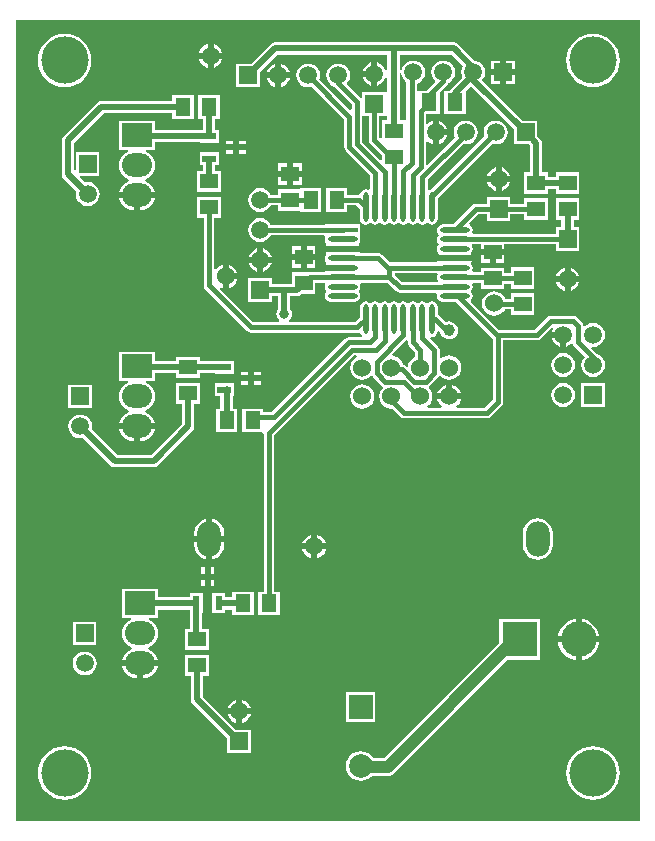
<source format=gtl>
%FSTAX24Y24*%
%MOIN*%
%SFA1B1*%

%IPPOS*%
%ADD10R,0.059055X0.051181*%
%ADD11O,0.017717X0.098425*%
%ADD12O,0.098425X0.017717*%
%ADD13R,0.098425X0.017717*%
%ADD14R,0.051181X0.059055*%
%ADD15R,0.023622X0.045275*%
%ADD16R,0.045275X0.023622*%
%ADD17C,0.015000*%
%ADD18C,0.020000*%
%ADD19C,0.040000*%
%ADD20C,0.060000*%
%ADD21R,0.059055X0.059055*%
%ADD22C,0.059055*%
%ADD23C,0.031496*%
%ADD24C,0.039370*%
%ADD25O,0.100000X0.078740*%
%ADD26R,0.100000X0.078740*%
%ADD27R,0.059055X0.059055*%
%ADD28O,0.078740X0.118110*%
%ADD29R,0.078740X0.078740*%
%ADD30C,0.078740*%
%ADD31C,0.118110*%
%ADD32R,0.118110X0.118110*%
%ADD33C,0.157480*%
%LNpcb-1*%
%LPD*%
G36*
X042Y0181D02*
X0212D01*
Y0448*
X042*
Y0181*
G37*
%LNpcb-2*%
%LPC*%
G36*
X0278Y04399D02*
Y0437D01*
X02809*
X028089Y043704*
X028049Y043801*
X027985Y043885*
X027901Y043949*
X027804Y043989*
X0278Y04399*
G37*
G36*
X0276D02*
X027595Y043989D01*
X027498Y043949*
X027414Y043885*
X02735Y043801*
X02731Y043704*
X027309Y0437*
X0276*
Y04399*
G37*
G36*
X02809Y0435D02*
X0278D01*
Y043209*
X027804Y04321*
X027901Y04325*
X027985Y043314*
X028049Y043398*
X028089Y043495*
X02809Y0435*
G37*
G36*
X0276D02*
X027309D01*
X02731Y043495*
X02735Y043398*
X027414Y043314*
X027498Y04325*
X027595Y04321*
X0276Y043209*
Y0435*
G37*
G36*
X037845Y043445D02*
X03755D01*
Y04315*
X037845*
Y043445*
G37*
G36*
X03735D02*
X037054D01*
Y04315*
X03735*
Y043445*
G37*
G36*
X03305Y043385D02*
X033046Y043385D01*
X03295Y043345*
X032868Y043281*
X032804Y043199*
X032764Y043103*
X032764Y0431*
X03305*
Y043385*
G37*
G36*
X03005Y043335D02*
Y04305D01*
X030335*
X030335Y043053*
X030295Y043149*
X030231Y043231*
X030149Y043295*
X030053Y043335*
X03005Y043335*
G37*
G36*
X02985D02*
X029846Y043335D01*
X02975Y043295*
X029668Y043231*
X029604Y043149*
X029564Y043053*
X029564Y04305*
X02985*
Y043335*
G37*
G36*
X037845Y04295D02*
X03755D01*
Y042654*
X037845*
Y04295*
G37*
G36*
X03735D02*
X037054D01*
Y042654*
X03735*
Y04295*
G37*
G36*
X03305Y0429D02*
X032764D01*
X032764Y042896*
X032804Y0428*
X032868Y042718*
X03295Y042654*
X033046Y042614*
X03305Y042614*
Y0429*
G37*
G36*
X030335Y04285D02*
X03005D01*
Y042564*
X030053Y042564*
X030149Y042604*
X030231Y042668*
X030295Y04275*
X030335Y042846*
X030335Y04285*
G37*
G36*
X02985D02*
X029564D01*
X029564Y042846*
X029604Y04275*
X029668Y042668*
X02975Y042604*
X029846Y042564*
X02985Y042564*
Y04285*
G37*
G36*
X04045Y044341D02*
X040276Y044324D01*
X040108Y044273*
X039954Y044191*
X039819Y04408*
X039708Y043945*
X039626Y043791*
X039575Y043623*
X039558Y04345*
X039575Y043276*
X039626Y043108*
X039708Y042954*
X039819Y042819*
X039954Y042708*
X040108Y042626*
X040276Y042575*
X04045Y042558*
X040623Y042575*
X040791Y042626*
X040945Y042708*
X04108Y042819*
X041191Y042954*
X041273Y043108*
X041324Y043276*
X041341Y04345*
X041324Y043623*
X041273Y043791*
X041191Y043945*
X04108Y04408*
X040945Y044191*
X040791Y044273*
X040623Y044324*
X04045Y044341*
G37*
G36*
X022834D02*
X02266Y044324D01*
X022493Y044273*
X022339Y044191*
X022204Y04408*
X022093Y043945*
X02201Y043791*
X02196Y043623*
X021942Y04345*
X02196Y043276*
X02201Y043108*
X022093Y042954*
X022204Y042819*
X022339Y042708*
X022493Y042626*
X02266Y042575*
X022834Y042558*
X023008Y042575*
X023175Y042626*
X02333Y042708*
X023465Y042819*
X023576Y042954*
X023658Y043108*
X023709Y043276*
X023726Y04345*
X023709Y043623*
X023658Y043791*
X023576Y043945*
X023465Y04408*
X02333Y044191*
X023175Y044273*
X023008Y044324*
X022834Y044341*
G37*
G36*
X027139Y042295D02*
X026427D01*
Y042103*
X02405*
X023971Y042088*
X023905Y042044*
X022805Y040944*
X022761Y040878*
X022746Y0408*
Y03965*
X022761Y039571*
X022805Y039505*
X023214Y039097*
X023201Y039*
X023214Y038896*
X023254Y0388*
X023318Y038718*
X0234Y038654*
X023496Y038614*
X0236Y038601*
X023703Y038614*
X023799Y038654*
X023881Y038718*
X023945Y0388*
X023985Y038896*
X023998Y039*
X023985Y039103*
X023945Y039199*
X023881Y039281*
X023799Y039345*
X023703Y039385*
X0236Y039398*
X023502Y039385*
X023329Y039558*
X023348Y039604*
X023995*
Y040395*
X023204*
Y039808*
X023154Y039781*
X023153Y039782*
Y040715*
X024134Y041696*
X026427*
Y041504*
X027139*
Y042295*
G37*
G36*
X0353Y041435D02*
Y04115D01*
X035585*
X035585Y041153*
X035545Y041249*
X035481Y041331*
X035399Y041395*
X035303Y041435*
X0353Y041435*
G37*
G36*
X028005Y042295D02*
X027294D01*
Y041504*
X027453*
Y041142*
X02733*
Y041127*
X02585*
Y041443*
X02465*
Y040456*
X024945*
X024955Y040406*
X024894Y040381*
X024791Y040302*
X024712Y040198*
X024662Y040078*
X024645Y03995*
X024662Y039821*
X024712Y039701*
X024791Y039597*
X024894Y039518*
X024995Y039477*
Y039422*
X024894Y039381*
X024791Y039302*
X024712Y039198*
X024662Y039078*
X024658Y03905*
X02525*
X025841*
X025837Y039078*
X025787Y039198*
X025708Y039302*
X025605Y039381*
X025504Y039422*
Y039477*
X025605Y039518*
X025708Y039597*
X025787Y039701*
X025837Y039821*
X025854Y03995*
X025837Y040078*
X025787Y040198*
X025708Y040302*
X025605Y040381*
X025544Y040406*
X025554Y040456*
X02585*
Y04072*
X02733*
Y040705*
X027983*
Y041142*
X027861*
Y041504*
X028005*
Y042295*
G37*
G36*
X035585Y04095D02*
X0353D01*
Y040664*
X035303Y040664*
X035399Y040704*
X035481Y040768*
X035545Y04085*
X035585Y040946*
X035585Y04095*
G37*
G36*
X028869Y040768D02*
X028642D01*
Y04065*
X028869*
Y040768*
G37*
G36*
X028442D02*
X028216D01*
Y04065*
X028442*
Y040768*
G37*
G36*
X028869Y04045D02*
X028642D01*
Y040331*
X028869*
Y04045*
G37*
G36*
X028442D02*
X028216D01*
Y040331*
X028442*
Y04045*
G37*
G36*
X030745Y040022D02*
X03045D01*
Y039766*
X030745*
Y040022*
G37*
G36*
X03025D02*
X029954D01*
Y039766*
X03025*
Y040022*
G37*
G36*
X0374Y039885D02*
Y0396D01*
X037685*
X037685Y039603*
X037645Y039699*
X037581Y039781*
X037499Y039845*
X037403Y039885*
X0374Y039885*
G37*
G36*
X0372D02*
X037196Y039885D01*
X0371Y039845*
X037018Y039781*
X036954Y039699*
X036914Y039603*
X036914Y0396*
X0372*
Y039885*
G37*
G36*
X030745Y039566D02*
X03045D01*
Y03931*
X030745*
Y039566*
G37*
G36*
X03025D02*
X029954D01*
Y03931*
X03025*
Y039566*
G37*
G36*
X037685Y0394D02*
X0374D01*
Y039114*
X037403Y039114*
X037499Y039154*
X037581Y039218*
X037645Y0393*
X037685Y039396*
X037685Y0394*
G37*
G36*
X0372D02*
X036914D01*
X036914Y039396*
X036954Y0393*
X037018Y039218*
X0371Y039154*
X037196Y039114*
X0372Y039114*
Y0394*
G37*
G36*
X027983Y040394D02*
X02733D01*
Y039957*
X027446*
Y039772*
X027254*
Y03906*
X028045*
Y039772*
X027853*
Y039957*
X027983*
Y040394*
G37*
G36*
X0358Y044053D02*
X02985D01*
X029771Y044038*
X029705Y043994*
X029056Y043345*
X028554*
Y042554*
X029345*
Y043056*
X029934Y043646*
X033596*
Y043023*
X033546Y043019*
X033544Y043028*
X033535Y043103*
X033495Y043199*
X033431Y043281*
X033349Y043345*
X033253Y043385*
X03325Y043385*
Y043*
Y042614*
X033253Y042614*
X033349Y042654*
X033431Y042718*
X033495Y0428*
X033535Y042896*
X033544Y042971*
X033546Y04298*
X033596Y042976*
Y041455*
X033404*
Y040875*
X033357Y040855*
X033328Y040879*
Y041604*
X033545*
Y042395*
X032754*
Y042213*
X032709Y042197*
X032704Y042197*
X032232Y042669*
X032295Y04275*
X032335Y042846*
X032348Y04295*
X032335Y043053*
X032295Y043149*
X032231Y043231*
X032149Y043295*
X032053Y043335*
X03195Y043348*
X031846Y043335*
X03175Y043295*
X031668Y043231*
X031604Y043149*
X031564Y043053*
X031551Y04295*
X031564Y042846*
X031604Y04275*
X031668Y042668*
X03175Y042604*
X031823Y042574*
X031823Y042573*
X032401Y041996*
Y041816*
X032355Y041797*
X031326Y042825*
X031335Y042846*
X031348Y04295*
X031335Y043053*
X031295Y043149*
X031231Y043231*
X031149Y043295*
X031053Y043335*
X03095Y043348*
X030846Y043335*
X03075Y043295*
X030668Y043231*
X030604Y043149*
X030564Y043053*
X030551Y04295*
X030564Y042846*
X030604Y04275*
X030668Y042668*
X03075Y042604*
X030846Y042564*
X03095Y042551*
X031053Y042564*
X031074Y042573*
X032151Y041496*
Y040551*
X032164Y040483*
X032203Y040425*
X033004Y039625*
Y039166*
X032954Y03914*
X032941Y039148*
X032867Y039163*
X032794Y039148*
X032731Y039107*
X03269Y039044*
X032685Y039019*
X032635Y038978*
X032255*
Y039195*
X031544*
Y038404*
X032255*
Y038621*
X032561*
X032675Y038507*
Y038164*
X03269Y03809*
X032731Y038028*
X032794Y037986*
X032867Y037971*
X032941Y037986*
X032991Y03802*
X033025Y038025*
X033058Y03802*
X033109Y037986*
X033182Y037971*
X033256Y037986*
X033306Y03802*
X03334Y038025*
X033373Y03802*
X033424Y037986*
X033497Y037971*
X033571Y037986*
X033621Y03802*
X033655Y038025*
X033688Y03802*
X033739Y037986*
X033812Y037971*
X033886Y037986*
X033936Y03802*
X03397Y038025*
X034003Y03802*
X034053Y037986*
X034127Y037971*
X034201Y037986*
X034251Y03802*
X034285Y038025*
X034318Y03802*
X034368Y037986*
X034442Y037971*
X034516Y037986*
X034566Y03802*
X0346Y038025*
X034633Y03802*
X034683Y037986*
X034757Y037971*
X034831Y037986*
X034881Y03802*
X034914Y038025*
X034948Y03802*
X034998Y037986*
X035072Y037971*
X035146Y037986*
X035208Y038028*
X03525Y03809*
X035264Y038164*
Y038862*
X037075Y040673*
X037096Y040664*
X0372Y040651*
X037303Y040664*
X037399Y040704*
X037481Y040768*
X037545Y04085*
X037585Y040946*
X037598Y04105*
X037585Y041153*
X037545Y041249*
X037481Y041331*
X037399Y041395*
X037303Y041435*
X0372Y041448*
X037096Y041435*
X037Y041395*
X036918Y041331*
X036854Y041249*
X036814Y041153*
X036801Y04105*
X036814Y040946*
X036823Y040925*
X035058Y03916*
X034998Y039148*
X034985Y03914*
X034935Y039166*
Y039483*
X036114Y040662*
X0362Y040651*
X036303Y040664*
X036399Y040704*
X036481Y040768*
X036545Y04085*
X036585Y040946*
X036598Y04105*
X036585Y041153*
X036545Y041249*
X036481Y041331*
X036399Y041395*
X036303Y041435*
X0362Y041448*
X036096Y041435*
X036Y041395*
X035918Y041331*
X035854Y041249*
X035814Y041153*
X035801Y04105*
X035814Y040946*
X035838Y04089*
X034924Y039976*
X034878Y039996*
Y040744*
X034928Y04076*
X035Y040704*
X035096Y040664*
X0351Y040664*
Y04105*
Y041435*
X035096Y041435*
X035Y041395*
X034928Y041339*
X034878Y041355*
Y041654*
X035339*
Y042387*
X035576Y042623*
X035614Y042681*
X035616Y042691*
X035649Y042704*
X035731Y042768*
X035795Y04285*
X035835Y042946*
X035848Y04305*
X035835Y043153*
X035795Y043249*
X035731Y043331*
X035649Y043395*
X035553Y043435*
X03545Y043448*
X035346Y043435*
X03525Y043395*
X035168Y043331*
X035104Y043249*
X035064Y043153*
X035051Y04305*
X035064Y042946*
X035104Y04285*
X035168Y042768*
X035171Y042723*
X034892Y042445*
X034627*
X034578Y042446*
Y042675*
X034649Y042704*
X034731Y042768*
X034795Y04285*
X034835Y042946*
X034848Y04305*
X034835Y043153*
X034795Y043249*
X034731Y043331*
X034649Y043395*
X034553Y043435*
X03445Y043448*
X034346Y043435*
X03425Y043395*
X034168Y043331*
X034104Y043249*
X034064Y043153*
X034055Y043078*
X034053Y043069*
X034004Y043072*
X034003Y043077*
Y043646*
X035715*
X036107Y043253*
X036104Y043249*
X036064Y043153*
X036051Y04305*
X036064Y042946*
X036092Y04288*
X035705Y042494*
X035673Y042445*
X035494*
Y041654*
X036205*
Y042417*
X036375Y042586*
X037804Y041156*
Y040654*
X038306*
X038346Y040615*
Y039722*
X038154*
Y03901*
X038945*
Y039162*
X039204*
Y03901*
X039995*
Y039722*
X039204*
Y03957*
X038945*
Y039722*
X038753*
Y0407*
X038738Y040778*
X038694Y040844*
X038595Y040943*
Y041445*
X038093*
X036748Y042789*
X036795Y04285*
X036835Y042946*
X036848Y04305*
X036835Y043153*
X036795Y043249*
X036731Y043331*
X036649Y043395*
X036553Y043435*
X036495Y043442*
X035944Y043994*
X035878Y044038*
X0358Y044053*
G37*
G36*
X025841Y03885D02*
X02535D01*
Y038452*
X025356*
X025485Y038469*
X025605Y038518*
X025708Y038597*
X025787Y038701*
X025837Y038821*
X025841Y03885*
G37*
G36*
X02515D02*
X024658D01*
X024662Y038821*
X024712Y038701*
X024791Y038597*
X024894Y038518*
X025014Y038469*
X025143Y038452*
X02515*
Y03885*
G37*
G36*
X02935Y039198D02*
X029246Y039185D01*
X02915Y039145*
X029068Y039081*
X029004Y038999*
X028964Y038903*
X028951Y0388*
X028964Y038696*
X029004Y0386*
X029068Y038518*
X02915Y038454*
X029246Y038414*
X02935Y038401*
X029453Y038414*
X029549Y038454*
X029631Y038518*
X029695Y0386*
X029703Y038621*
X029954*
Y038444*
X030677*
Y038404*
X031389*
Y039195*
X030677*
Y039155*
X029954*
Y038978*
X029703*
X029695Y038999*
X029631Y039081*
X029549Y039145*
X029453Y039185*
X02935Y039198*
G37*
G36*
Y038198D02*
X029246Y038185D01*
X02915Y038145*
X029068Y038081*
X029004Y037999*
X028964Y037903*
X028951Y0378*
X028964Y037696*
X029004Y0376*
X029068Y037518*
X02915Y037454*
X029246Y037414*
X02935Y037401*
X029453Y037414*
X029549Y037454*
X029631Y037518*
X029695Y0376*
X029703Y037621*
X031462*
X031504Y037612*
X031524Y037567*
X031518Y037558*
X031504Y037485*
X031518Y037411*
X031552Y03736*
X031557Y037327*
X031552Y037294*
X031536Y03727*
X0321*
X032663*
X032647Y037294*
X032642Y037327*
X032647Y03736*
X032681Y037411*
X032695Y037485*
X032681Y037558*
X032671Y037572*
X032692Y037611*
Y037988*
X031507*
Y037978*
X029703*
X029695Y037999*
X029631Y038081*
X029549Y038145*
X029453Y038185*
X02935Y038198*
G37*
G36*
X037695Y038895D02*
X036904D01*
Y038678*
X03654*
X036471Y038664*
X036413Y038626*
X03578Y037992*
X035436*
X035363Y037977*
X0353Y037935*
X035258Y037873*
X035244Y0378*
X035258Y037726*
X035292Y037675*
X035297Y037642*
X035292Y037609*
X035258Y037558*
X035244Y037485*
X035258Y037411*
X035292Y03736*
X035297Y037327*
X035292Y037294*
X035258Y037243*
X035244Y03717*
X035258Y037096*
X035292Y037045*
X035297Y037012*
X035292Y036979*
X035276Y036955*
X03584*
X036403*
X036387Y036979*
X036382Y037012*
X036387Y037045*
X036421Y037096*
X036435Y03717*
X036421Y037243*
X036402Y037271*
X036429Y037321*
X036704*
Y03715*
X037495*
Y037321*
X039204*
Y037104*
X039995*
Y037895*
X039803*
Y038144*
X039995*
Y038855*
X039204*
Y038144*
X039396*
Y037895*
X039204*
Y037678*
X036447*
X03642Y037719*
X036421Y037728*
X036435Y0378*
X036421Y037873*
X036379Y037935*
X036331Y037968*
X036317Y038024*
X036614Y038321*
X036904*
Y038104*
X037695*
Y038321*
X038154*
Y038144*
X038945*
Y038855*
X038154*
Y038678*
X037695*
Y038895*
G37*
G36*
X031195Y037255D02*
X0309D01*
Y037*
X031195*
Y037255*
G37*
G36*
X0307D02*
X030404D01*
Y037*
X0307*
Y037255*
G37*
G36*
X02945Y037185D02*
Y0369D01*
X029735*
X029735Y036903*
X029695Y036999*
X029631Y037081*
X029549Y037145*
X029453Y037185*
X02945Y037185*
G37*
G36*
X02925D02*
X029246Y037185D01*
X02915Y037145*
X029068Y037081*
X029004Y036999*
X028964Y036903*
X028964Y0369*
X02925*
Y037185*
G37*
G36*
X037495Y03695D02*
X0372D01*
Y036694*
X037495*
Y03695*
G37*
G36*
X037D02*
X036704D01*
Y036694*
X037*
Y03695*
G37*
G36*
X031195Y0368D02*
X0309D01*
Y036544*
X031195*
Y0368*
G37*
G36*
X0307D02*
X030404D01*
Y036544*
X0307*
Y0368*
G37*
G36*
X029735Y0367D02*
X02945D01*
Y036414*
X029453Y036414*
X029549Y036454*
X029631Y036518*
X029695Y0366*
X029735Y036696*
X029735Y0367*
G37*
G36*
X02925D02*
X028964D01*
X028964Y036696*
X029004Y0366*
X029068Y036518*
X02915Y036454*
X029246Y036414*
X02925Y036414*
Y0367*
G37*
G36*
X0283Y03664D02*
Y03635D01*
X02859*
X028589Y036354*
X028549Y036451*
X028485Y036535*
X028401Y036599*
X028304Y036639*
X0283Y03664*
G37*
G36*
X0397Y036546D02*
Y036261D01*
X039985*
X039985Y036264*
X039945Y03636*
X039881Y036443*
X039799Y036506*
X039703Y036546*
X0397Y036546*
G37*
G36*
X0395D02*
X039496Y036546D01*
X0394Y036506*
X039318Y036443*
X039254Y03636*
X039214Y036264*
X039214Y036261*
X0395*
Y036546*
G37*
G36*
X02859Y03615D02*
X0283D01*
Y035859*
X028304Y03586*
X028401Y0359*
X028485Y035964*
X028549Y036048*
X028589Y036145*
X02859Y03615*
G37*
G36*
X028045Y038905D02*
X027254D01*
Y038194*
X027471*
Y03595*
X027485Y035881*
X027523Y035823*
X028923Y034423*
X028981Y034385*
X02905Y034371*
X03259*
X032633Y03438*
X03269Y03435*
X03269Y03435*
X032731Y034288*
X032746Y034278*
X03273Y034228*
X0323*
X032231Y034214*
X032173Y034176*
X029726Y031728*
X029455*
Y031845*
X028744*
Y031054*
X029422*
X029458Y031048*
X029471Y031011*
Y025745*
X029294*
Y024954*
X030005*
Y025745*
X029828*
Y030972*
X032477Y033621*
X032562*
X032572Y033571*
X032554Y033563*
X032471Y033499*
X032406Y033416*
X032366Y033318*
X032352Y033214*
X032366Y03311*
X032406Y033012*
X032471Y032929*
X032554Y032865*
X032651Y032824*
X032756Y032811*
X03286Y032824*
X032958Y032865*
X033038Y032926*
X033044Y032928*
X033099Y032922*
X033119Y032891*
X033397Y032613*
X033428Y032592*
X033435Y032538*
X033433Y032532*
X033371Y032451*
X033331Y032354*
X033317Y03225*
X033331Y032145*
X033371Y032048*
X033435Y031964*
X033519Y0319*
X033616Y03186*
X03372Y031846*
X033747Y03185*
X034023Y031573*
X034081Y031535*
X03415Y031521*
X0369*
X036968Y031535*
X037026Y031573*
X037408Y031956*
X037447Y032014*
X03746Y032082*
Y034121*
X038564*
X038633Y034135*
X03869Y034173*
X039074Y034556*
X039084Y034555*
X039106Y034501*
X039104Y034499*
X039064Y034403*
X039064Y0344*
X03945*
Y0343*
X03955*
Y033914*
X039553Y033914*
X039649Y033954*
X039727Y034014*
X039747Y034012*
X039781Y034*
X039785Y033981*
X039823Y033923*
X040167Y03358*
X040104Y033499*
X040064Y033403*
X040051Y0333*
X040064Y033196*
X040104Y0331*
X040168Y033018*
X04025Y032954*
X040346Y032914*
X04045Y032901*
X040553Y032914*
X040649Y032954*
X040731Y033018*
X040795Y0331*
X040835Y033196*
X040848Y0333*
X040835Y033403*
X040795Y033499*
X040731Y033581*
X040649Y033645*
X040576Y033675*
X040576Y033676*
X040394Y033858*
X040417Y033905*
X04045Y033901*
X040553Y033914*
X040649Y033954*
X040731Y034018*
X040795Y0341*
X040835Y034196*
X040848Y0343*
X040835Y034403*
X040795Y034499*
X040731Y034581*
X040649Y034645*
X040553Y034685*
X04045Y034698*
X040346Y034685*
X04025Y034645*
X040178Y034589*
X040146Y034596*
X040126Y034609*
X040114Y034668*
X040076Y034726*
X039905Y034896*
X039847Y034935*
X039779Y034948*
X039035*
X038966Y034935*
X038908Y034896*
X03849Y034478*
X037309*
X036375Y035412*
X036379Y035459*
X036421Y035521*
X036435Y035595*
X036421Y035668*
X036387Y035719*
X036382Y035752*
X036387Y035786*
X036421Y035836*
X036435Y03591*
X036421Y035983*
X036412Y035996*
X036439Y036046*
X036704*
Y035827*
X037495*
Y036005*
X037704*
Y035844*
X038495*
Y036555*
X037704*
Y036362*
X037495*
Y036539*
X036704*
Y036403*
X036439*
X036412Y036453*
X036421Y036466*
X036435Y03654*
X036421Y036613*
X036387Y036664*
X036382Y036697*
X036387Y03673*
X036403Y036755*
X03584*
X03526*
X03524Y036718*
X033683*
X033421Y036981*
X033363Y037019*
X033294Y037033*
X032699*
X032679Y03707*
X0321*
X031536*
X031552Y037045*
X031557Y037012*
X031552Y036979*
X031518Y036928*
X031504Y036855*
X031518Y036781*
X031552Y03673*
X031557Y036697*
X031552Y036664*
X031536Y03664*
X0321*
Y03644*
X03152*
X0315Y036403*
X031009*
X03094Y03639*
X03094Y036389*
X030404*
Y036003*
X029745*
Y036195*
X028954*
Y035404*
X029745*
Y035596*
X029946*
Y035157*
X029925Y035129*
X029899Y035067*
X02989Y035*
X029899Y034932*
X029925Y03487*
X029966Y034816*
X02998Y034805*
X029988Y034737*
X02998Y034728*
X029123*
X028011Y035841*
X028039Y035883*
X028095Y03586*
X0281Y035859*
Y03625*
Y03664*
X028095Y036639*
X027998Y036599*
X027914Y036535*
X027878Y036487*
X027828Y036504*
Y038194*
X028045*
Y038905*
G37*
G36*
X039985Y036061D02*
X0397D01*
Y035775*
X039703Y035776*
X039799Y035816*
X039881Y035879*
X039945Y035962*
X039985Y036058*
X039985Y036061*
G37*
G36*
X0395D02*
X039214D01*
X039214Y036058*
X039254Y035962*
X039318Y035879*
X0394Y035816*
X039496Y035776*
X0395Y035775*
Y036061*
G37*
G36*
X03715Y035753D02*
X037045Y035739D01*
X036948Y035699*
X036864Y035635*
X0368Y035551*
X03676Y035454*
X036746Y03535*
X03676Y035245*
X0368Y035148*
X036864Y035064*
X036948Y035*
X037045Y03496*
X03715Y034946*
X037254Y03496*
X037351Y035*
X037435Y035064*
X037499Y035148*
X037502Y035155*
X037704*
Y034977*
X038495*
Y035689*
X037704*
Y035512*
X037515*
X037499Y035551*
X037435Y035635*
X037351Y035699*
X037254Y035739*
X03715Y035753*
G37*
G36*
X03935Y0342D02*
X039064D01*
X039064Y034196*
X039104Y0341*
X039168Y034018*
X03925Y033954*
X039346Y033914*
X03935Y033914*
Y0342*
G37*
G36*
X02585Y033743D02*
X02465D01*
Y032756*
X024945*
X024955Y032706*
X024894Y032681*
X024791Y032602*
X024712Y032498*
X024662Y032378*
X024645Y03225*
X024662Y032121*
X024712Y032001*
X024791Y031897*
X024894Y031818*
X024995Y031777*
Y031722*
X024894Y031681*
X024791Y031602*
X024712Y031498*
X024662Y031378*
X024658Y03135*
X02525*
X025841*
X025837Y031378*
X025787Y031498*
X025708Y031602*
X025605Y031681*
X025504Y031722*
Y031777*
X025605Y031818*
X025708Y031897*
X025787Y032001*
X025837Y032121*
X025854Y03225*
X025837Y032378*
X025787Y032498*
X025708Y032602*
X025605Y032681*
X025544Y032706*
X025554Y032756*
X02585*
Y03302*
X026554*
Y032868*
X027345*
Y03302*
X02783*
Y033005*
X028483*
Y033442*
X02783*
Y033427*
X027345*
Y033579*
X026554*
Y033427*
X02585*
Y033743*
G37*
G36*
X029369Y033068D02*
X029142D01*
Y03295*
X029369*
Y033068*
G37*
G36*
X028942D02*
X028716D01*
Y03295*
X028942*
Y033068*
G37*
G36*
X03945Y033698D02*
X039346Y033685D01*
X03925Y033645*
X039168Y033581*
X039104Y033499*
X039064Y033403*
X039051Y0333*
X039064Y033196*
X039104Y0331*
X039168Y033018*
X03925Y032954*
X039346Y032914*
X03945Y032901*
X039553Y032914*
X039649Y032954*
X039731Y033018*
X039795Y0331*
X039835Y033196*
X039848Y0333*
X039835Y033403*
X039795Y033499*
X039731Y033581*
X039649Y033645*
X039553Y033685*
X03945Y033698*
G37*
G36*
X029369Y03275D02*
X029142D01*
Y032631*
X029369*
Y03275*
G37*
G36*
X028942D02*
X028716D01*
Y032631*
X028942*
Y03275*
G37*
G36*
X040845Y032695D02*
X040054D01*
Y031904*
X040845*
Y032695*
G37*
G36*
X03945Y032698D02*
X039346Y032685D01*
X03925Y032645*
X039168Y032581*
X039104Y032499*
X039064Y032403*
X039051Y0323*
X039064Y032196*
X039104Y0321*
X039168Y032018*
X03925Y031954*
X039346Y031914*
X03945Y031901*
X039553Y031914*
X039649Y031954*
X039731Y032018*
X039795Y0321*
X039835Y032196*
X039848Y0323*
X039835Y032403*
X039795Y032499*
X039731Y032581*
X039649Y032645*
X039553Y032685*
X03945Y032698*
G37*
G36*
X023745Y032645D02*
X022954D01*
Y031854*
X023745*
Y032645*
G37*
G36*
X032756Y032653D02*
X032651Y032639D01*
X032554Y032599*
X032471Y032535*
X032406Y032451*
X032366Y032354*
X032352Y03225*
X032366Y032145*
X032406Y032048*
X032471Y031964*
X032554Y0319*
X032651Y03186*
X032756Y031846*
X03286Y03186*
X032958Y0319*
X033041Y031964*
X033105Y032048*
X033145Y032145*
X033159Y03225*
X033145Y032354*
X033105Y032451*
X033041Y032535*
X032958Y032599*
X03286Y032639*
X032756Y032653*
G37*
G36*
X028233Y032706D02*
X02817Y032694D01*
X02783*
Y032257*
X028029*
Y031845*
X027877*
Y031054*
X028589*
Y031845*
X028437*
Y032257*
X028483*
Y032694*
X028297*
X028233Y032706*
G37*
G36*
X025841Y03115D02*
X02535D01*
Y030752*
X025356*
X025485Y030769*
X025605Y030818*
X025708Y030897*
X025787Y031001*
X025837Y031121*
X025841Y03115*
G37*
G36*
X02515D02*
X024658D01*
X024662Y031121*
X024712Y031001*
X024791Y030897*
X024894Y030818*
X025014Y030769*
X025143Y030752*
X02515*
Y03115*
G37*
G36*
X027345Y032713D02*
X026554D01*
Y032001*
X026746*
Y031334*
X025715Y030303*
X024584*
X023735Y031152*
X023748Y03125*
X023735Y031353*
X023695Y031449*
X023631Y031531*
X023549Y031595*
X023453Y031635*
X02335Y031648*
X023246Y031635*
X02315Y031595*
X023068Y031531*
X023004Y031449*
X022964Y031353*
X022951Y03125*
X022964Y031146*
X023004Y03105*
X023068Y030968*
X02315Y030904*
X023246Y030864*
X02335Y030851*
X023447Y030864*
X024355Y029955*
X024421Y029911*
X0245Y029896*
X0258*
X025878Y029911*
X025944Y029955*
X027094Y031105*
X027138Y031171*
X027153Y03125*
Y032001*
X027345*
Y032713*
G37*
G36*
X02775Y028181D02*
Y0276D01*
X028147*
Y027696*
X02813Y027825*
X028081Y027945*
X028002Y028048*
X027898Y028128*
X027778Y028177*
X02775Y028181*
G37*
G36*
X02755D02*
X027521Y028177D01*
X027401Y028128*
X027297Y028048*
X027218Y027945*
X027169Y027825*
X027152Y027696*
Y0276*
X02755*
Y028181*
G37*
G36*
X03125Y02764D02*
Y02735D01*
X03154*
X031539Y027354*
X031499Y027451*
X031435Y027535*
X031351Y027599*
X031254Y027639*
X03125Y02764*
G37*
G36*
X03105D02*
X031045Y027639D01*
X030948Y027599*
X030864Y027535*
X0308Y027451*
X03076Y027354*
X030759Y02735*
X03105*
Y02764*
G37*
G36*
X03154Y02715D02*
X03125D01*
Y026859*
X031254Y02686*
X031351Y0269*
X031435Y026964*
X031499Y027048*
X031539Y027145*
X03154Y02715*
G37*
G36*
X03105D02*
X030759D01*
X03076Y027145*
X0308Y027048*
X030864Y026964*
X030948Y0269*
X031045Y02686*
X03105Y026859*
Y02715*
G37*
G36*
X028147Y0274D02*
X02775D01*
Y026818*
X027778Y026822*
X027898Y026871*
X028002Y026951*
X028081Y027054*
X02813Y027174*
X028147Y027303*
Y0274*
G37*
G36*
X02755D02*
X027152D01*
Y027303*
X027169Y027174*
X027218Y027054*
X027297Y026951*
X027401Y026871*
X027521Y026822*
X02755Y026818*
Y0274*
G37*
G36*
X0386Y028194D02*
X038471Y028177D01*
X038351Y028128*
X038247Y028048*
X038168Y027945*
X038119Y027825*
X038102Y027696*
Y027303*
X038119Y027174*
X038168Y027054*
X038247Y026951*
X038351Y026871*
X038471Y026822*
X0386Y026805*
X038728Y026822*
X038848Y026871*
X038952Y026951*
X039031Y027054*
X03908Y027174*
X039097Y027303*
Y027696*
X03908Y027825*
X039031Y027945*
X038952Y028048*
X038848Y028128*
X038728Y028177*
X0386Y028194*
G37*
G36*
X027818Y026569D02*
X0277D01*
Y026342*
X027818*
Y026569*
G37*
G36*
X0275D02*
X027381D01*
Y026342*
X0275*
Y026569*
G37*
G36*
X027818Y026142D02*
X0277D01*
Y025916*
X027818*
Y026142*
G37*
G36*
X0275D02*
X027381D01*
Y025916*
X0275*
Y026142*
G37*
G36*
X029139Y025745D02*
X028427D01*
Y025553*
X028192*
Y025683*
X027755*
Y02503*
X028192*
Y025146*
X028427*
Y024954*
X029139*
Y025745*
G37*
G36*
X040068Y024834D02*
Y02425D01*
X040652*
X040649Y024285*
X040609Y024415*
X040545Y024535*
X040459Y02464*
X040354Y024726*
X040234Y024791*
X040103Y02483*
X040068Y024834*
G37*
G36*
X039868D02*
X039833Y02483D01*
X039702Y024791*
X039582Y024726*
X039477Y02464*
X039391Y024535*
X039327Y024415*
X039287Y024285*
X039284Y02425*
X039868*
Y024834*
G37*
G36*
X023895Y024745D02*
X023104D01*
Y023954*
X023895*
Y024745*
G37*
G36*
X02595Y025843D02*
X02475D01*
Y024856*
X025045*
X025055Y024806*
X024994Y024781*
X024891Y024702*
X024812Y024598*
X024762Y024478*
X024745Y02435*
X024762Y024221*
X024812Y024101*
X024891Y023997*
X024994Y023918*
X025095Y023877*
Y023822*
X024994Y023781*
X024891Y023702*
X024812Y023598*
X024762Y023478*
X024758Y02345*
X02535*
Y02335*
Y02345*
X025941*
X025937Y023478*
X025887Y023598*
X025808Y023702*
X025705Y023781*
X025604Y023822*
Y023877*
X025705Y023918*
X025808Y023997*
X025887Y024101*
X025937Y024221*
X025954Y02435*
X025937Y024478*
X025887Y024598*
X025808Y024702*
X025705Y024781*
X025644Y024806*
X025654Y024856*
X02595*
Y025146*
X027007*
Y02503*
X027014*
Y024505*
X026854*
Y023794*
X027645*
Y024505*
X027422*
Y02503*
X027444*
Y025683*
X027007*
Y025553*
X02595*
Y025843*
G37*
G36*
X040652Y02405D02*
X040068D01*
Y023465*
X040103Y023469*
X040234Y023508*
X040354Y023573*
X040459Y023659*
X040545Y023764*
X040609Y023884*
X040649Y024014*
X040652Y02405*
G37*
G36*
X039868D02*
X039284D01*
X039287Y024014*
X039327Y023884*
X039391Y023764*
X039477Y023659*
X039582Y023573*
X039702Y023508*
X039833Y023469*
X039868Y023465*
Y02405*
G37*
G36*
X0235Y023748D02*
X023396Y023735D01*
X0233Y023695*
X023218Y023631*
X023154Y023549*
X023114Y023453*
X023101Y02335*
X023114Y023246*
X023154Y02315*
X023218Y023068*
X0233Y023004*
X023396Y022964*
X0235Y022951*
X023603Y022964*
X023699Y023004*
X023781Y023068*
X023845Y02315*
X023885Y023246*
X023898Y02335*
X023885Y023453*
X023845Y023549*
X023781Y023631*
X023699Y023695*
X023603Y023735*
X0235Y023748*
G37*
G36*
X025941Y02325D02*
X02545D01*
Y022852*
X025456*
X025585Y022869*
X025705Y022918*
X025808Y022997*
X025887Y023101*
X025937Y023221*
X025941Y02325*
G37*
G36*
X02525D02*
X024758D01*
X024762Y023221*
X024812Y023101*
X024891Y022997*
X024994Y022918*
X025114Y022869*
X025243Y022852*
X02525*
Y02325*
G37*
G36*
X02875Y022135D02*
Y02185D01*
X029035*
X029035Y021853*
X028995Y021949*
X028931Y022031*
X028849Y022095*
X028753Y022135*
X02875Y022135*
G37*
G36*
X02855D02*
X028546Y022135D01*
X02845Y022095*
X028368Y022031*
X028304Y021949*
X028264Y021853*
X028264Y02185*
X02855*
Y022135*
G37*
G36*
X033193Y022393D02*
X032206D01*
Y021406*
X033193*
Y022393*
G37*
G36*
X029035Y02165D02*
X02875D01*
Y021364*
X028753Y021364*
X028849Y021404*
X028931Y021468*
X028995Y02155*
X029035Y021646*
X029035Y02165*
G37*
G36*
X02855D02*
X028264D01*
X028264Y021646*
X028304Y02155*
X028368Y021468*
X02845Y021404*
X028546Y021364*
X02855Y021364*
Y02165*
G37*
G36*
X027645Y023639D02*
X026854D01*
Y022927*
X027046*
Y02215*
X027061Y022071*
X027105Y022005*
X028254Y020856*
Y020354*
X029045*
Y021145*
X028543*
X027453Y022234*
Y022927*
X027645*
Y023639*
G37*
G36*
X03869Y02484D02*
X037309D01*
Y024037*
X033474Y020202*
X033114*
X033052Y020283*
X032948Y020362*
X032828Y020412*
X0327Y020429*
X032571Y020412*
X032451Y020362*
X032347Y020283*
X032268Y02018*
X032219Y02006*
X032202Y019931*
X032219Y019802*
X032268Y019682*
X032347Y019579*
X032451Y0195*
X032571Y01945*
X0327Y019433*
X032828Y01945*
X032948Y0195*
X033052Y019579*
X033065Y019597*
X0336*
X033678Y019607*
X033751Y019637*
X033813Y019686*
X037587Y023459*
X03869*
Y02484*
G37*
G36*
X04045Y020591D02*
X040276Y020574D01*
X040108Y020523*
X039954Y020441*
X039819Y02033*
X039708Y020195*
X039626Y020041*
X039575Y019873*
X039558Y0197*
X039575Y019526*
X039626Y019358*
X039708Y019204*
X039819Y019069*
X039954Y018958*
X040108Y018876*
X040276Y018825*
X04045Y018808*
X040623Y018825*
X040791Y018876*
X040945Y018958*
X04108Y019069*
X041191Y019204*
X041273Y019358*
X041324Y019526*
X041341Y0197*
X041324Y019873*
X041273Y020041*
X041191Y020195*
X04108Y02033*
X040945Y020441*
X040791Y020523*
X040623Y020574*
X04045Y020591*
G37*
G36*
X022834D02*
X02266Y020574D01*
X022493Y020523*
X022339Y020441*
X022204Y02033*
X022093Y020195*
X02201Y020041*
X02196Y019873*
X021942Y0197*
X02196Y019526*
X02201Y019358*
X022093Y019204*
X022204Y019069*
X022339Y018958*
X022493Y018876*
X02266Y018825*
X022834Y018808*
X023008Y018825*
X023175Y018876*
X02333Y018958*
X023465Y019069*
X023576Y019204*
X023658Y019358*
X023709Y019526*
X023726Y0197*
X023709Y019873*
X023658Y020041*
X023576Y020195*
X023465Y02033*
X02333Y020441*
X023175Y020523*
X023008Y020574*
X022834Y020591*
G37*
%LNpcb-3*%
%LPD*%
G36*
X034055Y043021D02*
X034064Y042946D01*
X034104Y04285*
X034168Y042768*
X034221Y042727*
Y041495*
X034195Y041455*
X034003*
Y043022*
X034004Y043027*
X034053Y04303*
X034055Y043021*
G37*
G36*
X032971Y0408D02*
X032985Y040731D01*
X033023Y040673*
X033404Y040292*
Y040148*
X033358Y040128*
X032758Y040729*
Y041604*
X032971*
Y0408*
G37*
G36*
X035267Y036311D02*
X035258Y036298D01*
X035244Y036225*
X035258Y036151*
X035285Y036112*
X035258Y036062*
X03409*
X03384Y036311*
X033843Y036361*
X03524*
X035267Y036311*
G37*
G36*
X033889Y035757D02*
D01*
X033947Y035719*
X034016Y035705*
X035227*
X035256Y035655*
X035244Y035595*
X035258Y035521*
X0353Y035459*
X035363Y035417*
X035436Y035402*
X035879*
X037103Y034179*
Y032156*
X036826Y031878*
X035904*
X035887Y031928*
X035935Y031964*
X035999Y032048*
X036039Y032145*
X03604Y03215*
X03565*
X035259*
X03526Y032145*
X0353Y032048*
X035364Y031964*
X035412Y031928*
X035395Y031878*
X03494*
X034923Y031928*
X03497Y031964*
X035034Y032048*
X035075Y032145*
X035088Y03225*
X035075Y032354*
X035034Y032451*
X034973Y032532*
X034971Y032538*
X034977Y032592*
X035008Y032613*
X035286Y032891*
X035307Y032922*
X035361Y032928*
X035367Y032926*
X035448Y032865*
X035545Y032824*
X03565Y032811*
X035754Y032824*
X035851Y032865*
X035935Y032929*
X035999Y033012*
X036039Y03311*
X036053Y033214*
X036039Y033318*
X035999Y033416*
X035935Y033499*
X035851Y033563*
X035754Y033604*
X03565Y033618*
X035545Y033604*
X035448Y033563*
X035388Y033518*
X035338Y033543*
Y033789*
X035325Y033857*
X035286Y033915*
X035009Y034193*
X035033Y034239*
X035072Y034231*
X035146Y034246*
X035208Y034288*
X03525Y03435*
X035262Y034414*
X035308Y034438*
X035358Y034389*
X03536Y034372*
X03539Y0343*
X035438Y034238*
X0355Y03419*
X035572Y03416*
X03565Y03415*
X035727Y03416*
X035799Y03419*
X035861Y034238*
X035909Y0343*
X035939Y034372*
X035949Y03445*
X035939Y034527*
X035909Y034599*
X035861Y034661*
X035799Y034709*
X035727Y034739*
X03565Y034749*
X035572Y034739*
X03553Y034721*
X035298Y034953*
X035264Y034976*
Y035231*
X03525Y035304*
X035208Y035367*
X035146Y035408*
X035072Y035423*
X034998Y035408*
X034948Y035374*
X034914Y03537*
X034881Y035374*
X034831Y035408*
X034757Y035423*
X034683Y035408*
X034633Y035374*
X0346Y03537*
X034566Y035374*
X034516Y035408*
X034442Y035423*
X034368Y035408*
X034318Y035374*
X034285Y03537*
X034251Y035374*
X034201Y035408*
X034127Y035423*
X034053Y035408*
X034003Y035374*
X03397Y03537*
X033936Y035374*
X033886Y035408*
X033812Y035423*
X033739Y035408*
X033688Y035374*
X033655Y03537*
X033621Y035374*
X033571Y035408*
X033497Y035423*
X033424Y035408*
X033373Y035374*
X03334Y03537*
X033306Y035374*
X033256Y035408*
X033182Y035423*
X033109Y035408*
X033058Y035374*
X033025Y03537*
X032991Y035374*
X032941Y035408*
X032867Y035423*
X032794Y035408*
X032731Y035367*
X03269Y035304*
X032675Y035231*
Y034887*
X032516Y034728*
X030319*
X030311Y034737*
X030319Y034805*
X030333Y034816*
X030374Y03487*
X0304Y034932*
X030409Y035*
X0304Y035067*
X030374Y035129*
X030353Y035157*
Y035596*
X030566*
X030644Y035611*
X03071Y035655*
X030732Y035677*
X031195*
Y036046*
X0315*
X031527Y035996*
X031518Y035983*
X031504Y03591*
X031518Y035836*
X031552Y035786*
X031557Y035752*
X031552Y035719*
X031518Y035668*
X031504Y035595*
X031518Y035521*
X03156Y035459*
X031622Y035417*
X031696Y035402*
X032503*
X032577Y035417*
X032639Y035459*
X032681Y035521*
X032695Y035595*
X032681Y035668*
X032647Y035719*
X032642Y035752*
X032647Y035786*
X032681Y035836*
X032695Y03591*
X032681Y035983*
X032672Y035996*
X032699Y036046*
X0336*
X033889Y035757*
G37*
G36*
X034264Y034106D02*
Y034057D01*
X034277Y033989*
X034316Y033931*
X034507Y03374*
Y033573*
X034483Y033563*
X0344Y033499*
X034336Y033416*
X034295Y033318*
X034288Y033262*
X034235Y033245*
X034204Y033276*
X034146Y033314*
X034109Y033322*
X03407Y033416*
X034006Y033499*
X033922Y033563*
X033825Y033604*
X033769Y033611*
X033751Y033664*
X034214Y034127*
X034264Y034106*
G37*
%LNpcb-4*%
%LPC*%
G36*
X03575Y03264D02*
Y03235D01*
X03604*
X036039Y032354*
X035999Y032451*
X035935Y032535*
X035851Y032599*
X035754Y032639*
X03575Y03264*
G37*
G36*
X03555D02*
X035545Y032639D01*
X035448Y032599*
X035364Y032535*
X0353Y032451*
X03526Y032354*
X035259Y03235*
X03555*
Y03264*
G37*
%LNpcb-5*%
%LPD*%
G54D10*
X0381Y035333D03*
Y0362D03*
X0371Y036183D03*
Y03705D03*
X03035Y039666D03*
Y0388D03*
X0338Y040233D03*
Y0411D03*
X0396Y039366D03*
Y0385D03*
X0308Y0369D03*
Y036033D03*
X03855Y039366D03*
Y0385D03*
X02765Y039416D03*
Y03855D03*
X02695Y033224D03*
Y032357D03*
X02725Y02415D03*
Y023283D03*
G54D11*
X032867Y038567D03*
X033182D03*
X033497D03*
X033812D03*
X034127D03*
X034442D03*
X034757D03*
X035072D03*
Y034827D03*
X034757D03*
X034442D03*
X034127D03*
X033812D03*
X033497D03*
X033182D03*
X032867D03*
G54D12*
X03584Y0378D03*
Y037485D03*
Y03717D03*
Y036855D03*
Y03654D03*
Y036225D03*
Y03591D03*
Y035595D03*
X0321D03*
Y03591D03*
Y036225D03*
Y03654D03*
Y036855D03*
Y03717D03*
Y037485D03*
G54D13*
X0321Y0378D03*
G54D14*
X031033Y0388D03*
X0319D03*
X028233Y03145D03*
X0291D03*
X028783Y02535D03*
X02965D03*
X03585Y04205D03*
X034983D03*
X02765Y0419D03*
X026783D03*
G54D15*
X027225Y025357D03*
X027974D03*
X0276Y026242D03*
G54D16*
X027657Y040924D03*
Y040175D03*
X028542Y04055D03*
X028157Y033224D03*
Y032475D03*
X029042Y03285D03*
G54D17*
X04045Y0333D02*
Y03355D01*
X03995Y03405D02*
X04045Y03355D01*
X03995Y03405D02*
Y0346D01*
X035172Y034827D02*
X03565Y03435D01*
X030817Y036033D02*
X031009Y036225D01*
X0321*
X0308Y036033D02*
X030817D01*
X033659Y03624D02*
Y03649D01*
Y03624D02*
X034016Y035883D01*
X03584*
X033294Y036855D02*
X033659Y03649D01*
X0321Y036855D02*
X033294D01*
X033659Y03654D02*
X03584D01*
X03415Y0317D02*
X0369D01*
X03372Y032129D02*
X03415Y0317D01*
X034127Y034292D02*
Y034827D01*
X033245Y033411D02*
X034127Y034292D01*
X03565Y03435D02*
Y03445D01*
X035072Y034827D02*
X035172D01*
X03372Y032129D02*
Y03225D01*
X035072Y038922D02*
X0372Y04105D01*
X035072Y038567D02*
Y038922D01*
X0321Y036225D02*
X033659D01*
X033812Y038567D02*
Y040221D01*
X0338Y040233D02*
X033812Y040221D01*
X033497Y038567D02*
Y039737D01*
X032579Y040655D02*
X033497Y039737D01*
X033182Y038567D02*
Y039698D01*
X032329Y040551D02*
X033182Y039698D01*
X032329Y040551D02*
Y04157D01*
X03095Y04295D02*
X032329Y04157D01*
X03195Y0427D02*
Y04295D01*
Y0427D02*
X032579Y04207D01*
Y040655D02*
Y04207D01*
X032635Y0388D02*
X032867Y038567D01*
X0319Y0388D02*
X032635D01*
X03035D02*
X031033D01*
X02935D02*
X03035D01*
X02935Y0378D02*
X0321D01*
X034127Y038567D02*
Y039762D01*
X034685Y033214D02*
Y033814D01*
X034442Y034057D02*
X034685Y033814D01*
X034442Y034057D02*
Y034827D01*
X034488Y032739D02*
X034882D01*
X03516Y033017*
X034757Y034192D02*
X03516Y033789D01*
X034757Y034192D02*
Y034827D01*
X03372Y033214D02*
X033778Y033271D01*
X034135Y032739D02*
X034624Y03225D01*
X033524Y032739D02*
X034135D01*
X033245Y033017D02*
Y033411D01*
Y033017D02*
X033524Y032739D01*
X03516Y033017D02*
Y033789D01*
X03584Y036225D02*
X037058D01*
X0371Y036183*
X03305Y042D02*
X03315Y0419D01*
X03645Y0428D02*
Y04305D01*
X03315Y0408D02*
Y0419D01*
Y0408D02*
X033716Y040233D01*
X0338*
X02765Y03595D02*
Y03855D01*
X0291Y03155D02*
X0298D01*
X02535Y02535D02*
X025374Y025374D01*
X02965Y02535D02*
Y031046D01*
X03855Y0385D02*
X038575Y038475D01*
X03654Y0385D02*
X0373D01*
X03584Y0378D02*
X03654Y0385D01*
X0373D02*
X03855D01*
X035855Y0375D02*
X0396D01*
X0371Y036183D02*
X038083D01*
X034442Y038567D02*
Y039642D01*
X0347Y0399*
Y041766*
X034983Y04205*
X03645Y04295D02*
Y04305D01*
X034983Y04205D02*
Y042283D01*
X03545Y04275*
Y04305*
X034127Y039762D02*
X0344Y040035D01*
Y0429*
X0345Y043*
X0362Y041D02*
Y04105D01*
X034757Y038567D02*
Y039557D01*
X0362Y041*
X03645Y04305D02*
Y0432D01*
X033778Y033271D02*
X0339Y03315D01*
X034078*
X034488Y032739*
X033497Y034097D02*
Y034827D01*
X02965Y031046D02*
X032403Y0338D01*
X0332*
X033497Y034097*
X0298Y03155D02*
X0323Y03405D01*
X033*
X033182Y034232*
Y034827*
X0369Y0317D02*
X037282Y032082D01*
X037166Y035333D02*
X0381D01*
X039779Y03477D02*
X03995Y0346D01*
X03584Y035595D02*
X035939D01*
X037282Y034252*
X039035Y03477D02*
X039779D01*
X037282Y032082D02*
Y0343D01*
X038564*
X039035Y03477*
X02765Y03595D02*
X02905Y03455D01*
X03259*
X032867Y034827*
G54D18*
X030566Y0358D02*
X0308Y036033D01*
X03015Y0358D02*
X030566D01*
X02935D02*
X03015D01*
Y035D02*
Y0358D01*
X0338Y0411D02*
Y04385D01*
X028233Y03155D02*
Y032502D01*
X02765Y039416D02*
Y040168D01*
X03645Y0428D02*
X0382Y04105D01*
X027657Y040924D02*
Y041892D01*
X025275Y040924D02*
X027657D01*
X02405Y0419D02*
X026783D01*
X02295Y0408D02*
X02405Y0419D01*
X02295Y03965D02*
Y0408D01*
Y03965D02*
X0236Y039D01*
X025275Y033224D02*
X028157D01*
X02535Y02535D02*
X027218D01*
Y024181D02*
Y02535D01*
X02725Y02215D02*
Y023283D01*
Y02215D02*
X02865Y02075D01*
X027981Y02535D02*
X028783D01*
X02695Y03125D02*
Y032357D01*
X0258Y0301D02*
X02695Y03125D01*
X0245Y0301D02*
X0258D01*
X02335Y03125D02*
X0245Y0301D01*
X03855Y039366D02*
X0396D01*
Y0375D02*
Y0385D01*
X03585Y04205D02*
Y04235D01*
X03645Y04295*
X02895D02*
X02985Y04385D01*
X0358*
X03645Y0432*
X03855Y039366D02*
Y0407D01*
X0382Y04105D02*
X03855Y0407D01*
G54D19*
X03785Y02415D02*
X038D01*
X0327Y0199D02*
X0336D01*
X03785Y02415*
G54D20*
X0277Y0436D03*
X0282Y03625D03*
X03115Y02725D03*
X032756Y03225D03*
X03372D03*
X034685D03*
X03565D03*
X032756Y033214D03*
X03372D03*
X034685D03*
X03565D03*
X03715Y03535D03*
G54D21*
X02865Y02075D03*
X0235Y02435D03*
X02335Y03225D03*
X0236Y04D03*
X0396Y0375D03*
X0373Y0385D03*
X02935Y0358D03*
X03315Y042D03*
X04045Y0323D03*
G54D22*
X02865Y02175D03*
X0235Y02335D03*
X0352Y04105D03*
X0362D03*
X0372D03*
X02335Y03125D03*
X0236Y039D03*
X0396Y036161D03*
X0373Y0395D03*
X03445Y04305D03*
X03545D03*
X03645D03*
X02935Y0368D03*
Y0378D03*
Y0388D03*
X03315Y043D03*
X03945Y0323D03*
X04045Y0343D03*
X03945Y0333D03*
X04045D03*
X03945Y0343D03*
X03195Y04295D03*
X03095D03*
X02995D03*
G54D23*
X03015Y035D03*
G54D24*
X03565Y03445D03*
G54D25*
X02535Y02335D03*
Y02435D03*
X02525Y03895D03*
Y03995D03*
Y03125D03*
Y03225D03*
G54D26*
X02535Y02535D03*
X02525Y04095D03*
Y03325D03*
G54D27*
X0382Y04105D03*
X03745Y04305D03*
X02895Y04295D03*
G54D28*
X02765Y0275D03*
X0386D03*
G54D29*
X0327Y0219D03*
G54D30*
X0327Y019931D03*
G54D31*
X039968Y02415D03*
G54D32*
X038Y02415D03*
G54D33*
X04045Y04345D03*
Y0197D03*
X022834D03*
Y04345D03*
M02*
</source>
